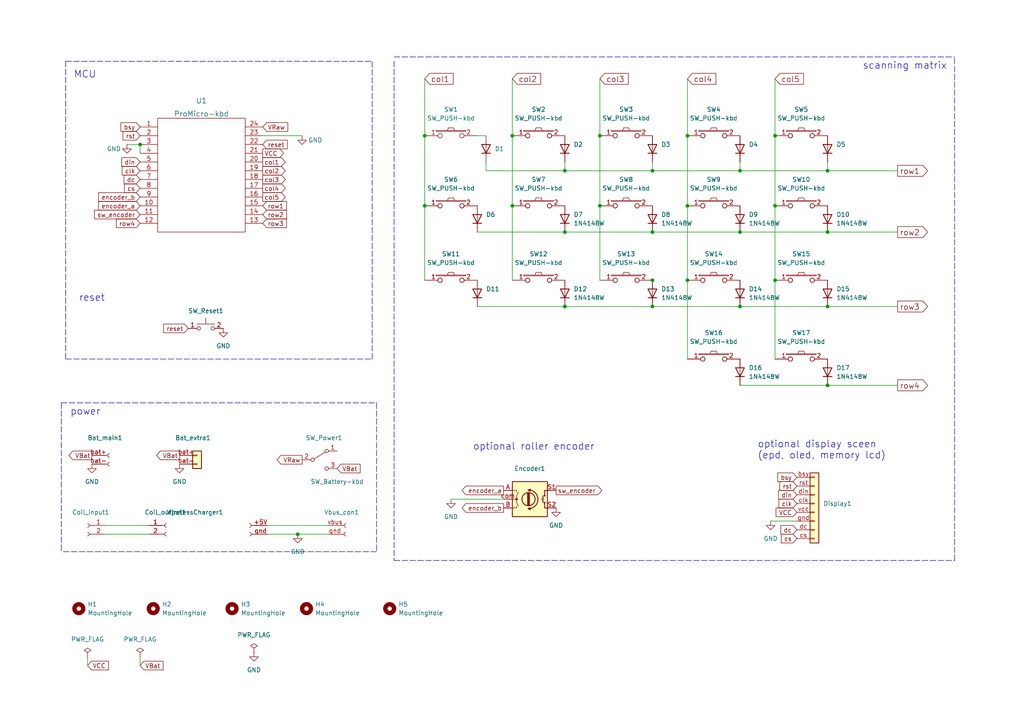
<source format=kicad_sch>
(kicad_sch (version 20211123) (generator eeschema)
  (paper "A4")
  (lib_symbols
    (symbol "Conn_01x02_Female_1" (pin_names (offset 1.016) hide)
      (property "Reference" "Vbus_con1" (at -6.35 3.81 0))
      (symbol "Conn_01x02_Female_1_1_1"
        (arc (start 0 -2.032) (mid -0.508 -2.54) (end 0 -3.048) (stroke (width 0.1524)))
        (polyline (pts (xy -1.27 -2.54) (xy -0.508 -2.54)) (stroke (width 0.1524)))
        (polyline (pts (xy -1.27 0) (xy -0.508 0)) (stroke (width 0.1524)))
        (arc (start 0 0.508) (mid -0.508 0) (end 0 -0.508) (stroke (width 0.1524)))
        (pin passive line (at -5.08 -2.54 0) (length 3.81) (name "Pin_2") (number "gnd"))
        (pin passive line (at -5.08 0 0) (length 3.81) (name "Pin_1") (number "vbus"))
      )
    )
    (symbol "Conn_01x02_Female_2" (pin_names (offset 1.016) hide)
      (property "Reference" "WirelessCharger1" (at 7.62 3.81 0))
      (symbol "Conn_01x02_Female_2_1_1"
        (arc (start 0 -2.032) (mid -0.508 -2.54) (end 0 -3.048) (stroke (width 0.1524)))
        (polyline (pts (xy -1.27 -2.54) (xy -0.508 -2.54)) (stroke (width 0.1524)))
        (polyline (pts (xy -1.27 0) (xy -0.508 0)) (stroke (width 0.1524)))
        (arc (start 0 0.508) (mid -0.508 0) (end 0 -0.508) (stroke (width 0.1524)))
        (pin passive line (at -5.08 0 0) (length 3.81) (name "+5V") (number "+5V"))
        (pin passive line (at -5.08 -2.54 0) (length 3.81) (name "GND") (number "gnd"))
      )
    )
    (symbol "Connector:Conn_01x02_Female" (pin_names (offset 1.016) hide)
      (property "Reference" "J" (at 0 2.54 0))
      (property "Value" "Conn_01x02_Female" (at 0 -5.08 0))
      (symbol "Conn_01x02_Female_1_1"
        (arc (start 0 -2.032) (mid -0.508 -2.54) (end 0 -3.048) (stroke (width 0.1524)))
        (polyline (pts (xy -1.27 -2.54) (xy -0.508 -2.54)) (stroke (width 0.1524)))
        (polyline (pts (xy -1.27 0) (xy -0.508 0)) (stroke (width 0.1524)))
        (arc (start 0 0.508) (mid -0.508 0) (end 0 -0.508) (stroke (width 0.1524)))
        (pin passive line (at -5.08 0 0) (length 3.81) (name "Pin_1") (number "1"))
        (pin passive line (at -5.08 -2.54 0) (length 3.81) (name "Pin_2") (number "2"))
      )
    )
    (symbol "Mechanical:MountingHole" (pin_names (offset 1.016))
      (property "Reference" "H" (at 0 5.08 0))
      (property "Value" "MountingHole" (at 0 3.175 0))
      (symbol "MountingHole_0_1"
        (circle (center 0 0) (radius 1.27) (stroke (width 1.27)))
      )
    )
    (symbol "mysymbol:1N4148W" (pin_numbers hide) (pin_names (offset 1.016) hide)
      (property "Reference" "D?" (at 2.54 1.2701 90))
      (symbol "1N4148W_0_1"
        (polyline (pts (xy -1.27 1.27) (xy -1.27 -1.27)) (stroke (width 0.254)))
        (polyline (pts (xy 1.27 0) (xy -1.27 0)))
        (polyline (pts (xy 1.27 1.27) (xy 1.27 -1.27) (xy -1.27 0) (xy 1.27 1.27)) (stroke (width 0.254)))
      )
      (symbol "1N4148W_1_1"
        (pin passive line (at -3.81 0 0) (length 2.54) (name "K") (number "1"))
        (pin passive line (at 3.81 0 180) (length 2.54) (name "A") (number "2"))
      )
    )
    (symbol "mysymbol:Conn_Battery_pluggable" (pin_names (offset 1.016) hide)
      (property "Reference" "J?" (at 2.54 0.0001 0))
      (property "Value" "Conn_Battery_pluggable" (at 2.54 -2.5399 0))
      (symbol "Conn_Battery_pluggable_1_1"
        (rectangle (start -1.27 -2.413) (end 0 -2.667) (stroke (width 0.1524)))
        (rectangle (start -1.27 0.127) (end 0 -0.127) (stroke (width 0.1524)))
        (rectangle (start -1.27 1.27) (end 1.27 -3.81) (stroke (width 0.254)) (fill (type background)))
        (pin passive line (at -5.08 0 0) (length 3.81) (name "Bat+") (number "bat+"))
        (pin passive line (at -5.08 -2.54 0) (length 3.81) (name "Bat-") (number "bat-"))
      )
    )
    (symbol "mysymbol:Conn_Battery_solderable" (pin_names (offset 1.016) hide)
      (property "Reference" "J?" (at 1.27 0.0001 0))
      (property "Value" "Conn_Battery_solderable" (at 1.27 -2.5399 0))
      (symbol "Conn_Battery_solderable_1_1"
        (arc (start 0 -2.032) (mid -0.508 -2.54) (end 0 -3.048) (stroke (width 0.1524)))
        (polyline (pts (xy -1.27 -2.54) (xy -0.508 -2.54)) (stroke (width 0.1524)))
        (polyline (pts (xy -1.27 0) (xy -0.508 0)) (stroke (width 0.1524)))
        (arc (start 0 0.508) (mid -0.508 0) (end 0 -0.508) (stroke (width 0.1524)))
        (pin passive line (at -5.08 0 0) (length 3.81) (name "Bat+") (number "bat+"))
        (pin passive line (at -5.08 -2.54 0) (length 3.81) (name "Bat-") (number "bat-"))
      )
    )
    (symbol "mysymbol:Conn_Display_general" (pin_names (offset 1.016) hide)
      (property "Reference" "J?" (at 2.54 0.0001 0))
      (property "Value" "Conn_Display_general" (at 2.54 -2.5399 0))
      (symbol "Conn_Display_general_1_1"
        (rectangle (start -1.27 -10.033) (end 0 -10.287) (stroke (width 0.1524)))
        (rectangle (start -1.27 -7.493) (end 0 -7.747) (stroke (width 0.1524)))
        (rectangle (start -1.27 -4.953) (end 0 -5.207) (stroke (width 0.1524)))
        (rectangle (start -1.27 -2.413) (end 0 -2.667) (stroke (width 0.1524)))
        (rectangle (start -1.27 0.127) (end 0 -0.127) (stroke (width 0.1524)))
        (rectangle (start -1.27 2.667) (end 0 2.413) (stroke (width 0.1524)))
        (rectangle (start -1.27 5.207) (end 0 4.953) (stroke (width 0.1524)))
        (rectangle (start -1.27 7.747) (end 0 7.493) (stroke (width 0.1524)))
        (rectangle (start -1.27 8.89) (end 1.27 -11.43) (stroke (width 0.254)) (fill (type background)))
        (pin passive line (at -5.08 7.62 0) (length 3.81) (name "BSY") (number "bsy"))
        (pin passive line (at -5.08 0 0) (length 3.81) (name "CLK") (number "clk"))
        (pin passive line (at -5.08 -10.16 0) (length 3.81) (name "CS") (number "cs"))
        (pin passive line (at -5.08 -7.62 0) (length 3.81) (name "DC") (number "dc"))
        (pin passive line (at -5.08 2.54 0) (length 3.81) (name "DIN") (number "din"))
        (pin passive line (at -5.08 -5.08 0) (length 3.81) (name "GND") (number "gnd"))
        (pin passive line (at -5.08 5.08 0) (length 3.81) (name "RST") (number "rst"))
        (pin passive line (at -5.08 -2.54 0) (length 3.81) (name "VCC") (number "vcc"))
      )
    )
    (symbol "mysymbol:ProMicro-kbd" (pin_names (offset 1.016) hide)
      (property "Reference" "U1" (at 0 24.13 0))
      (property "Value" "ProMicro-kbd" (at 0 -13.97 0))
      (symbol "ProMicro-kbd_0_1"
        (rectangle (start -12.7 21.59) (end 12.7 -11.43))
      )
      (symbol "ProMicro-kbd_1_1"
        (pin bidirectional line (at -17.78 19.05 0) (length 5.08) (name "TX") (number "1"))
        (pin bidirectional line (at -17.78 -3.81 0) (length 5.08) (name "E6") (number "10"))
        (pin bidirectional line (at -17.78 -6.35 0) (length 5.08) (name "B4") (number "11"))
        (pin bidirectional line (at -17.78 -8.89 0) (length 5.08) (name "B5") (number "12"))
        (pin bidirectional line (at 17.78 -8.89 180) (length 5.08) (name "B6") (number "13"))
        (pin bidirectional line (at 17.78 -6.35 180) (length 5.08) (name "B2") (number "14"))
        (pin bidirectional line (at 17.78 -3.81 180) (length 5.08) (name "B3") (number "15"))
        (pin bidirectional line (at 17.78 -1.27 180) (length 5.08) (name "B1") (number "16"))
        (pin bidirectional line (at 17.78 1.27 180) (length 5.08) (name "F7") (number "17"))
        (pin bidirectional line (at 17.78 3.81 180) (length 5.08) (name "F6") (number "18"))
        (pin bidirectional line (at 17.78 6.35 180) (length 5.08) (name "F5") (number "19"))
        (pin bidirectional line (at -17.78 16.51 0) (length 5.08) (name "RX") (number "2"))
        (pin bidirectional line (at 17.78 8.89 180) (length 5.08) (name "F4") (number "20"))
        (pin power_in line (at 17.78 11.43 180) (length 5.08) (name "VCC") (number "21"))
        (pin input line (at 17.78 13.97 180) (length 5.08) (name "RST") (number "22"))
        (pin power_in line (at 17.78 16.51 180) (length 5.08) (name "GND") (number "23"))
        (pin power_out line (at 17.78 19.05 180) (length 5.08) (name "RAW") (number "24"))
        (pin power_in line (at -17.78 13.97 0) (length 5.08) (name "GND") (number "3"))
        (pin power_in line (at -17.78 11.43 0) (length 5.08) (name "GND") (number "4"))
        (pin bidirectional line (at -17.78 8.89 0) (length 5.08) (name "SDA") (number "5"))
        (pin bidirectional line (at -17.78 6.35 0) (length 5.08) (name "SCL") (number "6"))
        (pin bidirectional line (at -17.78 3.81 0) (length 5.08) (name "D4") (number "7"))
        (pin bidirectional line (at -17.78 1.27 0) (length 5.08) (name "C6") (number "8"))
        (pin bidirectional line (at -17.78 -1.27 0) (length 5.08) (name "D7") (number "9"))
      )
    )
    (symbol "mysymbol:RotaryEncoder" (pin_names (offset 0.254) hide)
      (property "Reference" "SW?" (at 0 10.16 0))
      (property "Value" "RotaryEncoder" (at 0 7.62 0))
      (symbol "RotaryEncoder_0_1"
        (rectangle (start -5.08 5.08) (end 5.08 -5.08) (stroke (width 0.254)) (fill (type background)))
        (circle (center -3.81 0) (radius 0.254) (fill (type outline)))
        (arc (start -0.381 -2.794) (mid 2.3622 -0.0508) (end -0.381 2.667) (stroke (width 0.254)))
        (circle (center -0.381 0) (radius 1.905) (stroke (width 0.254)))
        (polyline (pts (xy -0.635 -1.778) (xy -0.635 1.778)) (stroke (width 0.254)))
        (polyline (pts (xy -0.381 -1.778) (xy -0.381 1.778)) (stroke (width 0.254)))
        (polyline (pts (xy -0.127 1.778) (xy -0.127 -1.778)) (stroke (width 0.254)))
        (polyline (pts (xy 3.81 0) (xy 3.429 0)) (stroke (width 0.254)))
        (polyline (pts (xy 3.81 1.016) (xy 3.81 -1.016)) (stroke (width 0.254)))
        (polyline (pts (xy -5.08 -2.54) (xy -3.81 -2.54) (xy -3.81 -2.032)))
        (polyline (pts (xy -5.08 2.54) (xy -3.81 2.54) (xy -3.81 2.032)))
        (polyline (pts (xy 0.254 -3.048) (xy -0.508 -2.794) (xy 0.127 -2.413)) (stroke (width 0.254)))
        (polyline (pts (xy 0.254 2.921) (xy -0.508 2.667) (xy 0.127 2.286)) (stroke (width 0.254)))
        (polyline (pts (xy 5.08 -2.54) (xy 4.318 -2.54) (xy 4.318 -1.016)) (stroke (width 0.254)))
        (polyline (pts (xy 5.08 2.54) (xy 4.318 2.54) (xy 4.318 1.016)) (stroke (width 0.254)))
        (polyline (pts (xy -5.08 0) (xy -3.81 0) (xy -3.81 -1.016) (xy -3.302 -2.032)))
        (polyline (pts (xy -4.318 0) (xy -3.81 0) (xy -3.81 1.016) (xy -3.302 2.032)))
        (circle (center 4.318 -1.016) (radius 0.127) (stroke (width 0.254)))
        (circle (center 4.318 1.016) (radius 0.127) (stroke (width 0.254)))
      )
      (symbol "RotaryEncoder_1_1"
        (pin passive line (at -7.62 2.54 0) (length 2.54) (name "A") (number "A"))
        (pin passive line (at -7.62 -2.54 0) (length 2.54) (name "B") (number "B"))
        (pin passive line (at 7.62 2.54 180) (length 2.54) (name "S1") (number "S1"))
        (pin passive line (at 7.62 -2.54 180) (length 2.54) (name "S2") (number "S2"))
        (pin passive line (at -7.62 0 0) (length 2.54) (name "COM") (number "com"))
      )
    )
    (symbol "mysymbol:SW_Battery-kbd" (pin_names (offset 0) hide)
      (property "Reference" "SW_Battery?" (at 7.62 4.3476 0))
      (property "Value" "SW_Battery-kbd" (at 5.08 -6.35 0))
      (symbol "SW_Battery-kbd_0_0"
        (circle (center -2.032 0) (radius 0.508))
        (circle (center 2.032 -2.54) (radius 0.508))
      )
      (symbol "SW_Battery-kbd_0_1"
        (polyline (pts (xy -1.524 0.254) (xy 1.651 2.286)))
        (circle (center 2.032 2.54) (radius 0.508))
      )
      (symbol "SW_Battery-kbd_1_1"
        (pin passive line (at 5.08 2.54 180) (length 2.54) (name "A") (number "1"))
        (pin passive line (at -5.08 0 0) (length 2.54) (name "B") (number "2"))
        (pin passive line (at 5.08 -2.54 180) (length 2.54) (name "C") (number "3"))
      )
    )
    (symbol "mysymbol:SW_PUSH-kbd" (pin_names (offset 1.016) hide)
      (property "Reference" "SW1" (at 3.81 2.794 0))
      (symbol "SW_PUSH-kbd_0_1"
        (rectangle (start -4.318 1.27) (end 4.318 1.524))
        (polyline (pts (xy -1.016 1.524) (xy -0.762 2.286) (xy 0.762 2.286) (xy 1.016 1.524)))
        (pin passive inverted (at -7.62 0 0) (length 5.08) (name "1") (number "1"))
        (pin passive inverted (at 7.62 0 180) (length 5.08) (name "2") (number "2"))
      )
    )
    (symbol "mysymbol:SW_RESET-kbd" (pin_names (offset 1.016) hide)
      (property "Reference" "RSW?" (at 0 7.239 0))
      (property "Value" "SW_RESET-kbd" (at 0 4.9276 0))
      (symbol "SW_RESET-kbd_0_1"
        (circle (center -2.032 0) (radius 0.508))
        (polyline (pts (xy 0 1.27) (xy 0 3.048)))
        (polyline (pts (xy 2.54 1.27) (xy -2.54 1.27)))
        (circle (center 2.032 0) (radius 0.508))
        (pin passive line (at -5.08 0 0) (length 2.54) (name "1") (number "1"))
        (pin passive line (at 5.08 0 180) (length 2.54) (name "2") (number "2"))
      )
    )
    (symbol "power:GND" (power) (pin_names (offset 0))
      (property "Value" "GND" (at 0 -3.81 0))
      (symbol "GND_0_1"
        (polyline (pts (xy 0 0) (xy 0 -1.27) (xy 1.27 -1.27) (xy 0 -2.54) (xy -1.27 -1.27) (xy 0 -1.27)))
      )
      (symbol "GND_1_1"
        (pin power_in line (at 0 0 270) (length 0) hide (name "GND") (number "1"))
      )
    )
    (symbol "power:PWR_FLAG" (power) (pin_numbers hide) (pin_names (offset 0) hide)
      (property "Value" "PWR_FLAG" (at 0 3.81 0))
      (symbol "PWR_FLAG_0_0"
        (pin power_out line (at 0 0 90) (length 0) (name "pwr") (number "1"))
      )
      (symbol "PWR_FLAG_0_1"
        (polyline (pts (xy 0 0) (xy 0 1.27) (xy -1.016 1.905) (xy 0 2.54) (xy 1.016 1.905) (xy 0 1.27)))
      )
    )
  )
  (junction (at 240.03 49.53))
  (junction (at 214.63 49.53))
  (junction (at 240.03 111.76))
  (junction (at 163.83 67.31))
  (junction (at 148.59 59.69))
  (junction (at 214.63 88.9))
  (junction (at 189.23 67.31))
  (junction (at 173.99 59.69))
  (junction (at 224.79 39.37))
  (junction (at 189.23 81.28))
  (junction (at 123.19 39.37))
  (junction (at 224.79 81.28))
  (junction (at 224.79 59.69))
  (junction (at 163.83 88.9))
  (junction (at 86.36 154.94))
  (junction (at 189.23 88.9))
  (junction (at 240.03 88.9))
  (junction (at 240.03 67.31))
  (junction (at 199.39 39.37))
  (junction (at 40.64 41.91))
  (junction (at 173.99 39.37))
  (junction (at 163.83 49.53))
  (junction (at 214.63 67.31))
  (junction (at 123.19 59.69))
  (junction (at 148.59 39.37))
  (junction (at 199.39 81.28))
  (junction (at 189.23 49.53))
  (junction (at 199.39 59.69))
  (wire (pts (xy 199.39 81.28) (xy 199.39 104.14)))
  (wire (pts (xy 187.96 81.28) (xy 189.23 81.28)))
  (wire (pts (xy 77.47 152.4) (xy 95.25 152.4)))
  (wire (pts (xy 240.03 88.9) (xy 260.35 88.9)))
  (wire (pts (xy 240.03 46.99) (xy 240.03 49.53)))
  (wire (pts (xy 240.03 67.31) (xy 260.35 67.31)))
  (wire (pts (xy 138.43 39.37) (xy 140.97 39.37)))
  (wire (pts (xy 138.43 88.9) (xy 163.83 88.9)))
  (wire (pts (xy 199.39 59.69) (xy 199.39 81.28)))
  (polyline (pts (xy 114.3 16.51) (xy 276.86 16.51)))
  (wire (pts (xy 30.48 152.4) (xy 43.18 152.4)))
  (polyline (pts (xy 107.95 104.14) (xy 107.95 17.78)))
  (wire (pts (xy 189.23 49.53) (xy 214.63 49.53)))
  (wire (pts (xy 214.63 46.99) (xy 214.63 49.53)))
  (wire (pts (xy 86.36 154.94) (xy 95.25 154.94)))
  (wire (pts (xy 189.23 67.31) (xy 214.63 67.31)))
  (wire (pts (xy 163.83 49.53) (xy 189.23 49.53)))
  (wire (pts (xy 36.83 41.91) (xy 40.64 41.91)))
  (wire (pts (xy 189.23 88.9) (xy 214.63 88.9)))
  (wire (pts (xy 214.63 111.76) (xy 240.03 111.76)))
  (wire (pts (xy 224.79 59.69) (xy 224.79 81.28)))
  (polyline (pts (xy 109.22 116.84) (xy 109.22 160.02)))
  (polyline (pts (xy 276.86 162.56) (xy 276.86 16.51)))
  (wire (pts (xy 173.99 39.37) (xy 173.99 59.69)))
  (wire (pts (xy 123.19 59.69) (xy 123.19 81.28)))
  (polyline (pts (xy 109.22 160.02) (xy 17.78 160.02)))
  (wire (pts (xy 199.39 39.37) (xy 199.39 59.69)))
  (wire (pts (xy 148.59 22.86) (xy 148.59 39.37)))
  (polyline (pts (xy 17.78 116.84) (xy 17.78 160.02)))
  (wire (pts (xy 240.03 111.76) (xy 260.35 111.76)))
  (wire (pts (xy 123.19 39.37) (xy 123.19 59.69)))
  (wire (pts (xy 40.64 193.04) (xy 40.64 190.5)))
  (wire (pts (xy 140.97 49.53) (xy 163.83 49.53)))
  (wire (pts (xy 148.59 39.37) (xy 148.59 59.69)))
  (polyline (pts (xy 19.05 17.78) (xy 19.05 104.14)))
  (wire (pts (xy 163.83 88.9) (xy 189.23 88.9)))
  (wire (pts (xy 199.39 22.86) (xy 199.39 39.37)))
  (wire (pts (xy 173.99 22.86) (xy 173.99 39.37)))
  (polyline (pts (xy 114.3 17.78) (xy 114.3 162.56)))
  (wire (pts (xy 140.97 46.99) (xy 140.97 49.53)))
  (polyline (pts (xy 19.05 17.78) (xy 107.95 17.78)))
  (wire (pts (xy 163.83 46.99) (xy 163.83 49.53)))
  (wire (pts (xy 30.48 154.94) (xy 43.18 154.94)))
  (wire (pts (xy 87.63 39.37) (xy 76.2 39.37)))
  (wire (pts (xy 138.43 67.31) (xy 163.83 67.31)))
  (wire (pts (xy 224.79 22.86) (xy 224.79 39.37)))
  (wire (pts (xy 224.79 39.37) (xy 224.79 59.69)))
  (wire (pts (xy 189.23 46.99) (xy 189.23 49.53)))
  (polyline (pts (xy 19.05 104.14) (xy 107.95 104.14)))
  (wire (pts (xy 214.63 67.31) (xy 240.03 67.31)))
  (polyline (pts (xy 17.78 116.84) (xy 109.22 116.84)))
  (wire (pts (xy 214.63 88.9) (xy 240.03 88.9)))
  (wire (pts (xy 163.83 67.31) (xy 189.23 67.31)))
  (wire (pts (xy 240.03 49.53) (xy 260.35 49.53)))
  (wire (pts (xy 223.52 151.13) (xy 231.14 151.13)))
  (wire (pts (xy 40.64 41.91) (xy 40.64 44.45)))
  (wire (pts (xy 130.81 144.78) (xy 146.05 144.78)))
  (polyline (pts (xy 114.3 162.56) (xy 276.86 162.56)))
  (wire (pts (xy 77.47 154.94) (xy 86.36 154.94)))
  (wire (pts (xy 25.4 193.04) (xy 25.4 190.5)))
  (wire (pts (xy 214.63 49.53) (xy 240.03 49.53)))
  (wire (pts (xy 173.99 59.69) (xy 173.99 81.28)))
  (wire (pts (xy 148.59 59.69) (xy 148.59 81.28)))
  (wire (pts (xy 224.79 81.28) (xy 224.79 104.14)))
  (wire (pts (xy 123.19 22.86) (xy 123.19 39.37)))
  (text "scanning matrix" (at 250.19 20.32 0) (effects (font (size 2 2)) (justify left bottom)))
  (text "optional roller encoder" (at 137.16 130.81 0) (effects (font (size 2 2)) (justify left bottom)))
  (text "reset" (at 30.48 87.63 180) (effects (font (size 2 2)) (justify right bottom)))
  (text "power" (at 29.21 120.65 180) (effects (font (size 2 2)) (justify right bottom)))
  (text "optional display sceen\n(epd, oled, memory lcd)" (at 219.71 133.35 0) (effects (font (size 2 2)) (justify left bottom)))
  (text "MCU" (at 27.94 22.86 180) (effects (font (size 2 2)) (justify right bottom)))
  (global_label "sw_encoder" (shape input) (at 40.64 62.23 180) (property "Intersheet References" "${INTERSHEET_REFS}" (effects hide)))
  (global_label "encoder_b" (shape input) (at 40.64 57.15 180) (property "Intersheet References" "${INTERSHEET_REFS}" (effects hide)))
  (global_label "encoder_b" (shape output) (at 146.05 147.32 180) (property "Intersheet References" "${INTERSHEET_REFS}" (effects hide)))
  (global_label "col2" (shape output) (at 76.2 49.53 0) (property "Intersheet References" "${INTERSHEET_REFS}" (effects hide)))
  (global_label "col4" (shape input) (at 199.39 22.86 0) (effects (font (size 1.6 1.6))) (property "Intersheet References" "${INTERSHEET_REFS}" (effects hide)))
  (global_label "encoder_a" (shape output) (at 146.05 142.24 180) (property "Intersheet References" "${INTERSHEET_REFS}" (effects hide)))
  (global_label "VRaw" (shape output) (at 87.63 133.35 180) (property "Intersheet References" "${INTERSHEET_REFS}" (effects hide)))
  (global_label "reset" (shape input) (at 54.61 95.25 180) (property "Intersheet References" "${INTERSHEET_REFS}" (effects hide)))
  (global_label "col5" (shape input) (at 224.79 22.86 0) (effects (font (size 1.6 1.6))) (property "Intersheet References" "${INTERSHEET_REFS}" (effects hide)))
  (global_label "VBat" (shape output) (at 26.67 132.08 180) (property "Intersheet References" "${INTERSHEET_REFS}" (effects hide)))
  (global_label "row2" (shape input) (at 76.2 62.23 0) (property "Intersheet References" "${INTERSHEET_REFS}" (effects hide)))
  (global_label "VRaw" (shape input) (at 76.2 36.83 0) (property "Intersheet References" "${INTERSHEET_REFS}" (effects hide)))
  (global_label "col1" (shape output) (at 76.2 46.99 0) (property "Intersheet References" "${INTERSHEET_REFS}" (effects hide)))
  (global_label "VCC" (shape output) (at 76.2 44.45 0) (property "Intersheet References" "${INTERSHEET_REFS}" (effects hide)))
  (global_label "din" (shape input) (at 231.14 143.51 180) (property "Intersheet References" "${INTERSHEET_REFS}" (effects hide)))
  (global_label "col3" (shape output) (at 76.2 52.07 0) (property "Intersheet References" "${INTERSHEET_REFS}" (effects hide)))
  (global_label "dc" (shape input) (at 40.64 52.07 180) (property "Intersheet References" "${INTERSHEET_REFS}" (effects hide)))
  (global_label "col5" (shape output) (at 76.2 57.15 0) (property "Intersheet References" "${INTERSHEET_REFS}" (effects hide)))
  (global_label "row2" (shape output) (at 260.35 67.31 0) (effects (font (size 1.6 1.6))) (property "Intersheet References" "${INTERSHEET_REFS}" (effects hide)))
  (global_label "VBat" (shape output) (at 52.07 132.08 180) (property "Intersheet References" "${INTERSHEET_REFS}" (effects hide)))
  (global_label "VBat" (shape input) (at 40.64 193.04 0) (property "Intersheet References" "${INTERSHEET_REFS}" (effects hide)))
  (global_label "cs" (shape input) (at 40.64 54.61 180) (property "Intersheet References" "${INTERSHEET_REFS}" (effects hide)))
  (global_label "row3" (shape output) (at 260.35 88.9 0) (effects (font (size 1.6 1.6))) (property "Intersheet References" "${INTERSHEET_REFS}" (effects hide)))
  (global_label "cs" (shape input) (at 231.14 156.21 180) (property "Intersheet References" "${INTERSHEET_REFS}" (effects hide)))
  (global_label "encoder_a" (shape input) (at 40.64 59.69 180) (property "Intersheet References" "${INTERSHEET_REFS}" (effects hide)))
  (global_label "col2" (shape input) (at 148.59 22.86 0) (effects (font (size 1.6 1.6))) (property "Intersheet References" "${INTERSHEET_REFS}" (effects hide)))
  (global_label "reset" (shape input) (at 76.2 41.91 0) (property "Intersheet References" "${INTERSHEET_REFS}" (effects hide)))
  (global_label "rst" (shape input) (at 40.64 39.37 180) (property "Intersheet References" "${INTERSHEET_REFS}" (effects hide)))
  (global_label "VCC" (shape input) (at 231.14 148.59 180) (property "Intersheet References" "${INTERSHEET_REFS}" (effects hide)))
  (global_label "bsy" (shape input) (at 231.14 138.43 180) (property "Intersheet References" "${INTERSHEET_REFS}" (effects hide)))
  (global_label "clk" (shape input) (at 231.14 146.05 180) (property "Intersheet References" "${INTERSHEET_REFS}" (effects hide)))
  (global_label "bsy" (shape input) (at 40.64 36.83 180) (property "Intersheet References" "${INTERSHEET_REFS}" (effects hide)))
  (global_label "row3" (shape input) (at 76.2 64.77 0) (property "Intersheet References" "${INTERSHEET_REFS}" (effects hide)))
  (global_label "din" (shape input) (at 40.64 46.99 180) (property "Intersheet References" "${INTERSHEET_REFS}" (effects hide)))
  (global_label "VCC" (shape input) (at 25.4 193.04 0) (property "Intersheet References" "${INTERSHEET_REFS}" (effects hide)))
  (global_label "sw_encoder" (shape output) (at 161.29 142.24 0) (property "Intersheet References" "${INTERSHEET_REFS}" (effects hide)))
  (global_label "col3" (shape input) (at 173.99 22.86 0) (effects (font (size 1.6 1.6))) (property "Intersheet References" "${INTERSHEET_REFS}" (effects hide)))
  (global_label "dc" (shape input) (at 231.14 153.67 180) (property "Intersheet References" "${INTERSHEET_REFS}" (effects hide)))
  (global_label "row4" (shape output) (at 260.35 111.76 0) (effects (font (size 1.6 1.6))) (property "Intersheet References" "${INTERSHEET_REFS}" (effects hide)))
  (global_label "col1" (shape input) (at 123.19 22.86 0) (effects (font (size 1.6 1.6))) (property "Intersheet References" "${INTERSHEET_REFS}" (effects hide)))
  (global_label "col4" (shape output) (at 76.2 54.61 0) (property "Intersheet References" "${INTERSHEET_REFS}" (effects hide)))
  (global_label "row4" (shape input) (at 40.64 64.77 180) (property "Intersheet References" "${INTERSHEET_REFS}" (effects hide)))
  (global_label "row1" (shape input) (at 76.2 59.69 0) (property "Intersheet References" "${INTERSHEET_REFS}" (effects hide)))
  (global_label "clk" (shape input) (at 40.64 49.53 180) (property "Intersheet References" "${INTERSHEET_REFS}" (effects hide)))
  (global_label "VBat" (shape input) (at 97.79 135.89 0) (property "Intersheet References" "${INTERSHEET_REFS}" (effects hide)))
  (global_label "row1" (shape output) (at 260.35 49.53 0) (effects (font (size 1.6 1.6))) (property "Intersheet References" "${INTERSHEET_REFS}" (effects hide)))
  (global_label "rst" (shape input) (at 231.14 140.97 180) (property "Intersheet References" "${INTERSHEET_REFS}" (effects hide)))
  (symbol (lib_id "mysymbol:SW_PUSH-kbd") (at 232.41 104.14 0) (unit 1)
    (property "Reference" "SW17" (at 232.41 96.52 0))
    (property "Value" "SW_PUSH-kbd" (at 232.41 99.06 0))
    (property "Footprint" "mylib:Kailh_Choc_Hotplug_reversible" (effects hide))
  )
  (symbol (lib_id "mysymbol:1N4148W") (at 240.03 43.18 90) (unit 1)
    (property "Reference" "D5" (at 242.57 41.9099 90) (effects (justify right)))
    (property "Value" "1N4148W" (effects hide))
    (property "Footprint" "mylib:Diode_SOD-123_reversible" (effects hide))
    (property "Datasheet" "https://www.vishay.com/docs/85748/1n4148w.pdf" (effects hide))
  )
  (symbol (lib_id "mysymbol:SW_PUSH-kbd") (at 130.81 39.37 0) (unit 1)
    (property "Reference" "SW1" (at 130.81 31.75 0))
    (property "Value" "SW_PUSH-kbd" (at 130.81 34.29 0))
    (property "Footprint" "mylib:Kailh_Choc_Hotplug_reversible" (effects hide))
  )
  (symbol (lib_id "mysymbol:SW_PUSH-kbd") (at 207.01 81.28 0) (unit 1)
    (property "Reference" "SW14" (at 207.01 73.66 0))
    (property "Value" "SW_PUSH-kbd" (at 207.01 76.2 0))
    (property "Footprint" "mylib:Kailh_Choc_Hotplug_reversible" (effects hide))
  )
  (symbol (lib_id "mysymbol:SW_PUSH-kbd") (at 181.61 39.37 0) (unit 1)
    (property "Reference" "SW3" (at 181.61 31.75 0))
    (property "Value" "SW_PUSH-kbd" (at 181.61 34.29 0))
    (property "Footprint" "mylib:Kailh_Choc_Hotplug_reversible" (effects hide))
  )
  (symbol (lib_id "power:GND") (at 26.67 134.62 0) (unit 1)
    (property "Reference" "#PWR0105" (effects hide))
    (property "Value" "GND" (at 26.67 139.7 0))
  )
  (symbol (lib_id "mysymbol:1N4148W") (at 189.23 43.18 90) (unit 1)
    (property "Reference" "D3" (at 191.77 41.9099 90) (effects (justify right)))
    (property "Value" "1N4148W" (effects hide))
    (property "Footprint" "mylib:Diode_SOD-123_reversible" (effects hide))
    (property "Datasheet" "https://www.vishay.com/docs/85748/1n4148w.pdf" (effects hide))
  )
  (symbol (lib_id "mysymbol:SW_PUSH-kbd") (at 130.81 81.28 0) (unit 1)
    (property "Reference" "SW11" (at 130.81 73.66 0))
    (property "Value" "SW_PUSH-kbd" (at 130.81 76.2 0))
    (property "Footprint" "mylib:Kailh_Choc_Hotplug_reversible" (effects hide))
  )
  (symbol (lib_id "mysymbol:1N4148W") (at 138.43 85.09 90) (unit 1)
    (property "Reference" "D11" (at 140.97 83.8199 90) (effects (justify right)))
    (property "Value" "1N4148W" (effects hide))
    (property "Footprint" "mylib:Diode_SOD-123_reversible" (effects hide))
    (property "Datasheet" "https://www.vishay.com/docs/85748/1n4148w.pdf" (effects hide))
  )
  (symbol (lib_id "mysymbol:SW_PUSH-kbd") (at 181.61 81.28 0) (unit 1)
    (property "Reference" "SW13" (at 181.61 73.66 0))
    (property "Value" "SW_PUSH-kbd" (at 181.61 76.2 0))
    (property "Footprint" "mylib:Kailh_Choc_Hotplug_reversible" (effects hide))
  )
  (symbol (lib_id "mysymbol:SW_PUSH-kbd") (at 207.01 104.14 0) (unit 1)
    (property "Reference" "SW16" (at 207.01 96.52 0))
    (property "Value" "SW_PUSH-kbd" (at 207.01 99.06 0))
    (property "Footprint" "mylib:Kailh_Choc_Hotplug_reversible" (effects hide))
  )
  (symbol (lib_id "mysymbol:SW_PUSH-kbd") (at 156.21 81.28 0) (unit 1)
    (property "Reference" "SW12" (at 156.21 73.66 0))
    (property "Value" "SW_PUSH-kbd" (at 156.21 76.2 0))
    (property "Footprint" "mylib:Kailh_Choc_Hotplug_reversible" (effects hide))
  )
  (symbol (lib_id "mysymbol:SW_PUSH-kbd") (at 207.01 39.37 0) (unit 1)
    (property "Reference" "SW4" (at 207.01 31.75 0))
    (property "Value" "SW_PUSH-kbd" (at 207.01 34.29 0))
    (property "Footprint" "mylib:Kailh_Choc_Hotplug_reversible" (effects hide))
  )
  (symbol (lib_id "mysymbol:1N4148W") (at 189.23 63.5 90) (unit 1)
    (property "Reference" "D8" (at 191.77 62.2299 90) (effects (justify right)))
    (property "Value" "1N4148W" (at 191.77 64.7699 90) (effects (justify right)))
    (property "Footprint" "mylib:Diode_SOD-123_reversible" (effects hide))
    (property "Datasheet" "https://www.vishay.com/docs/85748/1n4148w.pdf" (effects hide))
  )
  (symbol (lib_id "mysymbol:SW_PUSH-kbd") (at 156.21 39.37 0) (unit 1)
    (property "Reference" "SW2" (at 156.21 31.75 0))
    (property "Value" "SW_PUSH-kbd" (at 156.21 34.29 0))
    (property "Footprint" "mylib:Kailh_Choc_Hotplug_reversible" (effects hide))
  )
  (symbol (lib_id "Mechanical:MountingHole") (at 67.31 176.53 0) (unit 1) (in_bom no)
    (property "Reference" "H3" (at 69.85 175.2599 0) (effects (justify left)))
    (property "Value" "MountingHole" (at 69.85 177.7999 0) (effects (justify left)))
    (property "Footprint" "MountingHole:MountingHole_2.2mm_M2_ISO7380_Pad_TopBottom" (effects hide))
  )
  (symbol (lib_id "mysymbol:Conn_Battery_pluggable") (at 57.15 132.08 0) (unit 1)
    (property "Reference" "Bat_extra1" (at 50.8 127 0) (effects (justify left)))
    (property "Value" "Conn_Battery_pluggable" (effects hide))
    (property "Footprint" "mylib:Battery_connector_lim_reversible" (effects hide))
  )
  (symbol (lib_id "mysymbol:RotaryEncoder") (at 153.67 144.78 0) (unit 1)
    (property "Reference" "Encoder1" (at 153.67 135.89 0))
    (property "Value" "RotaryEncoder" (effects hide))
    (property "Footprint" "mylib:RollerEncoder_EVQWGD001_reversible" (effects hide))
  )
  (symbol (lib_id "mysymbol:1N4148W") (at 240.03 107.95 90) (unit 1)
    (property "Reference" "D17" (at 242.57 106.6799 90) (effects (justify right)))
    (property "Value" "1N4148W" (at 242.57 109.2199 90) (effects (justify right)))
    (property "Footprint" "mylib:Diode_SOD-123_reversible" (effects hide))
    (property "Datasheet" "https://www.vishay.com/docs/85748/1n4148w.pdf" (effects hide))
  )
  (symbol (lib_id "mysymbol:1N4148W") (at 240.03 85.09 90) (unit 1)
    (property "Reference" "D15" (at 242.57 83.8199 90) (effects (justify right)))
    (property "Value" "1N4148W" (at 242.57 86.3599 90) (effects (justify right)))
    (property "Footprint" "mylib:Diode_SOD-123_reversible" (effects hide))
    (property "Datasheet" "https://www.vishay.com/docs/85748/1n4148w.pdf" (effects hide))
  )
  (symbol (lib_id "mysymbol:SW_PUSH-kbd") (at 181.61 59.69 0) (unit 1)
    (property "Reference" "SW8" (at 181.61 52.07 0))
    (property "Value" "SW_PUSH-kbd" (at 181.61 54.61 0))
    (property "Footprint" "mylib:Kailh_Choc_Hotplug_reversible" (effects hide))
  )
  (symbol (lib_id "power:GND") (at 87.63 39.37 0) (unit 1)
    (property "Reference" "#PWR0104" (effects hide))
    (property "Value" "GND" (at 91.44 40.64 0))
  )
  (symbol (lib_id "power:PWR_FLAG") (at 25.4 190.5 0) (unit 1)
    (property "Reference" "#FLG0101" (effects hide))
    (property "Value" "PWR_FLAG" (at 25.4 185.42 0))
  )
  (symbol (lib_id "power:PWR_FLAG") (at 73.66 189.23 0) (unit 1)
    (property "Reference" "#FLG0104" (effects hide))
    (property "Value" "PWR_FLAG" (at 73.66 184.15 0))
  )
  (symbol (lib_id "power:GND") (at 36.83 41.91 0) (unit 1)
    (property "Reference" "#PWR0103" (effects hide))
    (property "Value" "GND" (at 33.02 43.18 0))
  )
  (symbol (lib_id "mysymbol:SW_PUSH-kbd") (at 207.01 59.69 0) (unit 1)
    (property "Reference" "SW9" (at 207.01 52.07 0))
    (property "Value" "SW_PUSH-kbd" (at 207.01 54.61 0))
    (property "Footprint" "mylib:Kailh_Choc_Hotplug_reversible" (effects hide))
  )
  (symbol (lib_id "power:GND") (at 73.66 189.23 0) (unit 1)
    (property "Reference" "#PWR0110" (effects hide))
    (property "Value" "GND" (at 73.66 194.31 0))
  )
  (symbol (lib_id "mysymbol:SW_RESET-kbd") (at 59.69 95.25 0) (unit 1)
    (property "Reference" "SW_Reset1" (at 59.69 90.17 0))
    (property "Value" "SW_RESET-kbd" (effects hide))
    (property "Footprint" "mylib:SW_Reset_vertical" (effects hide))
  )
  (symbol (lib_id "power:GND") (at 64.77 95.25 0) (unit 1)
    (property "Reference" "#PWR0107" (effects hide))
    (property "Value" "GND" (at 64.77 100.33 0))
  )
  (symbol (lib_name "Conn_01x02_Female_1") (lib_id "Connector:Conn_01x02_Female") (at 100.33 152.4 0) (unit 1) (in_bom no)
    (property "Reference" "Vbus_con1" (at 93.98 148.59 0) (effects (justify left)))
    (property "Value" "Conn_01x02_Female" (effects hide))
    (property "Footprint" "mylib:VBus_pad_reversible" (effects hide))
  )
  (symbol (lib_id "power:GND") (at 86.36 154.94 0) (unit 1)
    (property "Reference" "#PWR?" (effects hide))
    (property "Value" "GND" (at 86.36 160.02 0))
  )
  (symbol (lib_id "power:PWR_FLAG") (at 40.64 190.5 0) (unit 1)
    (property "Reference" "#FLG0102" (effects hide))
    (property "Value" "PWR_FLAG" (at 40.64 185.42 0))
  )
  (symbol (lib_id "mysymbol:1N4148W") (at 163.83 63.5 90) (unit 1)
    (property "Reference" "D7" (at 166.37 62.2299 90) (effects (justify right)))
    (property "Value" "1N4148W" (at 166.37 64.7699 90) (effects (justify right)))
    (property "Footprint" "mylib:Diode_SOD-123_reversible" (effects hide))
    (property "Datasheet" "https://www.vishay.com/docs/85748/1n4148w.pdf" (effects hide))
  )
  (symbol (lib_id "Mechanical:MountingHole") (at 88.9 176.53 0) (unit 1) (in_bom no)
    (property "Reference" "H4" (at 91.44 175.2599 0) (effects (justify left)))
    (property "Value" "MountingHole" (at 91.44 177.7999 0) (effects (justify left)))
    (property "Footprint" "MountingHole:MountingHole_2.2mm_M2_ISO7380_Pad_TopBottom" (effects hide))
  )
  (symbol (lib_id "power:GND") (at 223.52 151.13 0) (unit 1)
    (property "Reference" "#PWR0101" (effects hide))
    (property "Value" "GND" (at 223.52 156.21 0))
  )
  (symbol (lib_id "mysymbol:SW_PUSH-kbd") (at 130.81 59.69 0) (unit 1)
    (property "Reference" "SW6" (at 130.81 52.07 0))
    (property "Value" "SW_PUSH-kbd" (at 130.81 54.61 0))
    (property "Footprint" "mylib:Kailh_Choc_Hotplug_reversible" (effects hide))
  )
  (symbol (lib_id "mysymbol:1N4148W") (at 214.63 63.5 90) (unit 1)
    (property "Reference" "D9" (at 217.17 62.2299 90) (effects (justify right)))
    (property "Value" "1N4148W" (at 217.17 64.7699 90) (effects (justify right)))
    (property "Footprint" "mylib:Diode_SOD-123_reversible" (effects hide))
    (property "Datasheet" "https://www.vishay.com/docs/85748/1n4148w.pdf" (effects hide))
  )
  (symbol (lib_id "mysymbol:SW_PUSH-kbd") (at 232.41 81.28 0) (unit 1)
    (property "Reference" "SW15" (at 232.41 73.66 0))
    (property "Value" "SW_PUSH-kbd" (at 232.41 76.2 0))
    (property "Footprint" "mylib:Kailh_Choc_Hotplug_reversible" (effects hide))
  )
  (symbol (lib_id "mysymbol:1N4148W") (at 214.63 107.95 90) (unit 1)
    (property "Reference" "D16" (at 217.17 106.6799 90) (effects (justify right)))
    (property "Value" "1N4148W" (at 217.17 109.2199 90) (effects (justify right)))
    (property "Footprint" "mylib:Diode_SOD-123_reversible" (effects hide))
    (property "Datasheet" "https://www.vishay.com/docs/85748/1n4148w.pdf" (effects hide))
  )
  (symbol (lib_id "power:GND") (at 52.07 134.62 0) (unit 1)
    (property "Reference" "#PWR0106" (effects hide))
    (property "Value" "GND" (at 52.07 139.7 0))
  )
  (symbol (lib_id "Mechanical:MountingHole") (at 113.03 176.53 0) (unit 1) (in_bom no)
    (property "Reference" "H5" (at 115.57 175.2599 0) (effects (justify left)))
    (property "Value" "MountingHole" (at 115.57 177.7999 0) (effects (justify left)))
    (property "Footprint" "MountingHole:MountingHole_2.2mm_M2_ISO7380_Pad_TopBottom" (effects hide))
  )
  (symbol (lib_name "Conn_01x02_Female_2") (lib_id "Connector:Conn_01x02_Female") (at 72.39 152.4 0) (mirror y) (unit 1) (in_bom no)
    (property "Reference" "WirelessCharger1" (at 64.77 148.59 0) (effects (justify left)))
    (property "Value" "Conn_01x02_Female" (effects hide))
    (property "Footprint" "mylib:VBus_pad_reversible" (effects hide))
  )
  (symbol (lib_id "Mechanical:MountingHole") (at 44.45 176.53 0) (unit 1) (in_bom no)
    (property "Reference" "H2" (at 46.99 175.2599 0) (effects (justify left)))
    (property "Value" "MountingHole" (at 46.99 177.7999 0) (effects (justify left)))
    (property "Footprint" "MountingHole:MountingHole_2.2mm_M2_ISO7380_Pad_TopBottom" (effects hide))
  )
  (symbol (lib_id "mysymbol:Conn_Display_general") (at 236.22 146.05 0) (unit 1)
    (property "Reference" "Display1" (at 238.76 146.0499 0) (effects (justify left)))
    (property "Value" "Conn_Display_general" (effects hide))
    (property "Footprint" "mylib:Conn_EPD_Jumper" (effects hide))
  )
  (symbol (lib_id "power:GND") (at 161.29 147.32 0) (unit 1)
    (property "Reference" "#PWR0108" (effects hide))
    (property "Value" "GND" (at 161.29 152.4 0))
  )
  (symbol (lib_id "mysymbol:1N4148W") (at 189.23 85.09 90) (unit 1)
    (property "Reference" "D13" (at 191.77 83.8199 90) (effects (justify right)))
    (property "Value" "1N4148W" (at 191.77 86.3599 90) (effects (justify right)))
    (property "Footprint" "mylib:Diode_SOD-123_reversible" (effects hide))
    (property "Datasheet" "https://www.vishay.com/docs/85748/1n4148w.pdf" (effects hide))
  )
  (symbol (lib_id "mysymbol:SW_PUSH-kbd") (at 232.41 39.37 0) (unit 1)
    (property "Reference" "SW5" (at 232.41 31.75 0))
    (property "Value" "SW_PUSH-kbd" (at 232.41 34.29 0))
    (property "Footprint" "mylib:Kailh_Choc_Hotplug_reversible" (effects hide))
  )
  (symbol (lib_id "mysymbol:1N4148W") (at 214.63 85.09 90) (unit 1)
    (property "Reference" "D14" (at 217.17 83.8199 90) (effects (justify right)))
    (property "Value" "1N4148W" (at 217.17 86.3599 90) (effects (justify right)))
    (property "Footprint" "mylib:Diode_SOD-123_reversible" (effects hide))
    (property "Datasheet" "https://www.vishay.com/docs/85748/1n4148w.pdf" (effects hide))
  )
  (symbol (lib_id "mysymbol:1N4148W") (at 140.97 43.18 90) (unit 1)
    (property "Reference" "D1" (at 143.51 43.1799 90) (effects (justify right)))
    (property "Value" "1N4148W" (effects hide))
    (property "Footprint" "mylib:Diode_SOD-123_reversible" (effects hide))
    (property "Datasheet" "https://www.vishay.com/docs/85748/1n4148w.pdf" (effects hide))
  )
  (symbol (lib_id "mysymbol:ProMicro-kbd") (at 58.42 55.88 0) (unit 1)
    (property "Reference" "U1" (at 58.42 29.21 0) (effects (font (size 1.524 1.524))))
    (property "Value" "ProMicro-kbd" (at 58.42 33.02 0) (effects (font (size 1.524 1.524))))
    (property "Footprint" "mylib:ProMicro_Jumpers" (effects hide))
  )
  (symbol (lib_id "mysymbol:Conn_Battery_solderable") (at 31.75 132.08 0) (unit 1)
    (property "Reference" "Bat_main1" (at 25.4 127 0) (effects (justify left)))
    (property "Value" "Conn_Battery_solderable" (effects hide))
    (property "Footprint" "mylib:Battery_pads_reversible" (effects hide))
  )
  (symbol (lib_id "mysymbol:1N4148W") (at 163.83 85.09 90) (unit 1)
    (property "Reference" "D12" (at 166.37 83.8199 90) (effects (justify right)))
    (property "Value" "1N4148W" (at 166.37 86.3599 90) (effects (justify right)))
    (property "Footprint" "mylib:Diode_SOD-123_reversible" (effects hide))
    (property "Datasheet" "https://www.vishay.com/docs/85748/1n4148w.pdf" (effects hide))
  )
  (symbol (lib_id "mysymbol:1N4148W") (at 163.83 43.18 90) (unit 1)
    (property "Reference" "D2" (at 166.37 41.9099 90) (effects (justify right)))
    (property "Value" "1N4148W" (effects hide))
    (property "Footprint" "mylib:Diode_SOD-123_reversible" (effects hide))
    (property "Datasheet" "https://www.vishay.com/docs/85748/1n4148w.pdf" (effects hide))
  )
  (symbol (lib_id "Connector:Conn_01x02_Female") (at 25.4 152.4 0) (mirror y) (unit 1) (in_bom no)
    (property "Reference" "Coil_input1" (at 31.75 148.59 0) (effects (justify left)))
    (property "Value" "Conn_01x02_Female" (effects hide))
    (property "Footprint" "mylib:WirelessChager_pads_reversible" (effects hide))
  )
  (symbol (lib_id "mysymbol:1N4148W") (at 240.03 63.5 90) (unit 1)
    (property "Reference" "D10" (at 242.57 62.2299 90) (effects (justify right)))
    (property "Value" "1N4148W" (at 242.57 64.7699 90) (effects (justify right)))
    (property "Footprint" "mylib:Diode_SOD-123_reversible" (effects hide))
    (property "Datasheet" "https://www.vishay.com/docs/85748/1n4148w.pdf" (effects hide))
  )
  (symbol (lib_id "Connector:Conn_01x02_Female") (at 48.26 152.4 0) (unit 1) (in_bom no)
    (property "Reference" "Coil_output1" (at 41.91 148.59 0) (effects (justify left)))
    (property "Value" "Conn_01x02_Female" (effects hide))
    (property "Footprint" "mylib:WirelessChager_pads_reversible" (effects hide))
  )
  (symbol (lib_id "mysymbol:SW_Battery-kbd") (at 92.71 133.35 0) (unit 1)
    (property "Reference" "SW_Power1" (at 93.98 127 0))
    (property "Value" "SW_Battery-kbd" (at 97.79 139.7 0))
    (property "Footprint" "mylib:Power_reversible" (effects hide))
  )
  (symbol (lib_id "power:GND") (at 130.81 144.78 0) (unit 1)
    (property "Reference" "#PWR0102" (effects hide))
    (property "Value" "GND" (at 130.81 149.86 0))
  )
  (symbol (lib_id "mysymbol:SW_PUSH-kbd") (at 232.41 59.69 0) (unit 1)
    (property "Reference" "SW10" (at 232.41 52.07 0))
    (property "Value" "SW_PUSH-kbd" (at 232.41 54.61 0))
    (property "Footprint" "mylib:Kailh_Choc_Hotplug_reversible" (effects hide))
  )
  (symbol (lib_id "mysymbol:1N4148W") (at 138.43 63.5 90) (unit 1)
    (property "Reference" "D6" (at 140.97 62.2299 90) (effects (justify right)))
    (property "Value" "1N4148W" (effects hide))
    (property "Footprint" "mylib:Diode_SOD-123_reversible" (effects hide))
    (property "Datasheet" "https://www.vishay.com/docs/85748/1n4148w.pdf" (effects hide))
  )
  (symbol (lib_id "Mechanical:MountingHole") (at 22.86 176.53 0) (unit 1) (in_bom no)
    (property "Reference" "H1" (at 25.4 175.2599 0) (effects (justify left)))
    (property "Value" "MountingHole" (at 25.4 177.7999 0) (effects (justify left)))
    (property "Footprint" "MountingHole:MountingHole_2.2mm_M2_ISO7380_Pad_TopBottom" (effects hide))
  )
  (symbol (lib_id "mysymbol:SW_PUSH-kbd") (at 156.21 59.69 0) (unit 1)
    (property "Reference" "SW7" (at 156.21 52.07 0))
    (property "Value" "SW_PUSH-kbd" (at 156.21 54.61 0))
    (property "Footprint" "mylib:Kailh_Choc_Hotplug_reversible" (effects hide))
  )
  (symbol (lib_id "mysymbol:1N4148W") (at 214.63 43.18 90) (unit 1)
    (property "Reference" "D4" (at 217.17 41.9099 90) (effects (justify right)))
    (property "Value" "1N4148W" (effects hide))
    (property "Footprint" "mylib:Diode_SOD-123_reversible" (effects hide))
    (property "Datasheet" "https://www.vishay.com/docs/85748/1n4148w.pdf" (effects hide))
  )
)
</source>
